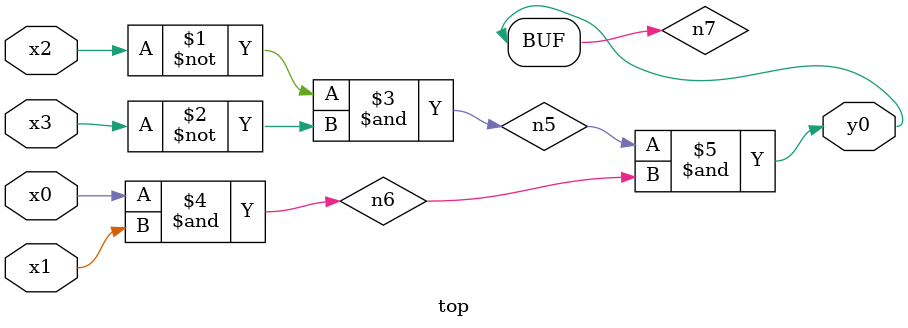
<source format=v>
module top( x0 , x1 , x2 , x3 , y0 );
  input x0 , x1 , x2 , x3 ;
  output y0 ;
  wire n5 , n6 , n7 ;
  assign n5 = ~x2 & ~x3 ;
  assign n6 = x0 & x1 ;
  assign n7 = n5 & n6 ;
  assign y0 = n7 ;
endmodule

</source>
